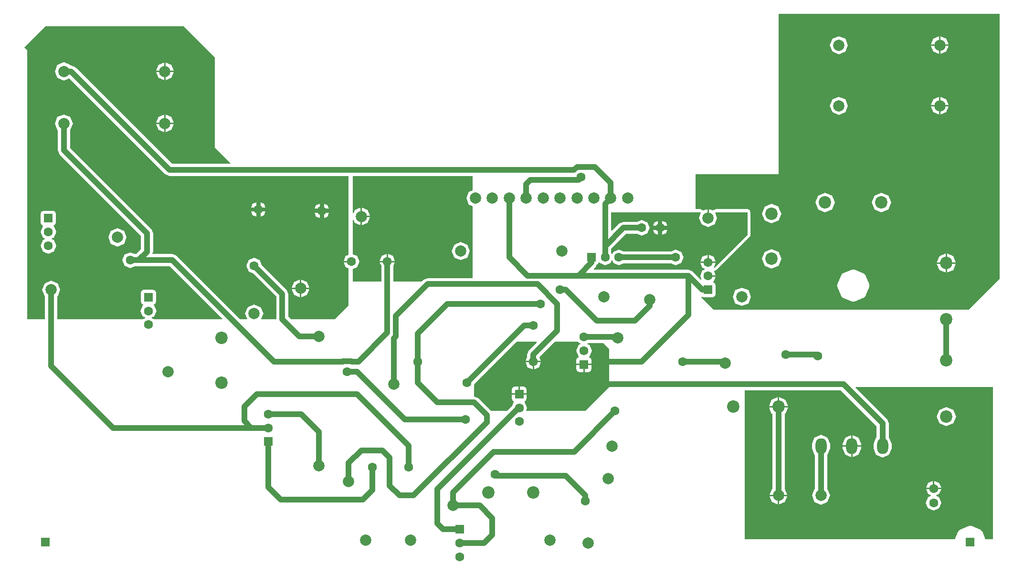
<source format=gbl>
G04 Layer_Physical_Order=2*
G04 Layer_Color=16711680*
%FSLAX44Y44*%
%MOMM*%
G71*
G01*
G75*
%ADD12C,1.0000*%
%ADD13C,2.0000*%
%ADD14R,1.6000X1.6000*%
%ADD15C,2.2000*%
%ADD16C,1.6000*%
%ADD17R,1.6000X1.6000*%
%ADD18O,2.0000X2.8000*%
G36*
X1755000Y80000D02*
X1742058D01*
X1736455Y93526D01*
Y93526D01*
X1735694Y94288D01*
X1735282Y95282D01*
X1734288Y95694D01*
X1733526Y96455D01*
X1733526D01*
X1717071Y103271D01*
X1717071Y103271D01*
X1715995D01*
X1715000Y103683D01*
X1714005Y103271D01*
X1712929D01*
X1712929Y103271D01*
X1696474Y96455D01*
X1696474D01*
X1695712Y95694D01*
X1694718Y95282D01*
X1694306Y94288D01*
X1693545Y93526D01*
Y93526D01*
X1687942Y80000D01*
X1315000D01*
Y344176D01*
X1485517D01*
X1548776Y280917D01*
Y260752D01*
X1548120Y260480D01*
X1543364Y249000D01*
Y241000D01*
X1548120Y229520D01*
X1559600Y224764D01*
X1571080Y229520D01*
X1575836Y241000D01*
Y249000D01*
X1571080Y260480D01*
X1570424Y260752D01*
Y285400D01*
X1567254Y293054D01*
X1511481Y348827D01*
X1511967Y350000D01*
X1755000D01*
Y80000D01*
D02*
G37*
G36*
X1320000Y620217D02*
X1319846Y620154D01*
X1261523Y561831D01*
X1260447Y562550D01*
X1263545Y570030D01*
X1250000D01*
X1236455D01*
X1240050Y561350D01*
X1243950Y559735D01*
Y558465D01*
X1240050Y556850D01*
X1235929Y546900D01*
X1238234Y541335D01*
X1237178Y540629D01*
X1222654Y555154D01*
X1215000Y558324D01*
X1047791D01*
X1047305Y559497D01*
X1050754Y562946D01*
X1052503Y567169D01*
X1054927Y568173D01*
X1055940Y570619D01*
X1057315D01*
X1057550Y570050D01*
X1067500Y565929D01*
X1077450Y570050D01*
X1079065Y573950D01*
X1080335D01*
X1081950Y570050D01*
X1091900Y565929D01*
X1099739Y569176D01*
X1184661D01*
X1192500Y565929D01*
X1202450Y570050D01*
X1206571Y580000D01*
X1202450Y589950D01*
X1192500Y594071D01*
X1184661Y590824D01*
X1099739D01*
X1091900Y594071D01*
X1081950Y589950D01*
X1080335Y586050D01*
X1079065D01*
X1078324Y587839D01*
Y595517D01*
X1104483Y621676D01*
X1124661D01*
X1132500Y618429D01*
X1142450Y622550D01*
X1146571Y632500D01*
X1142450Y642450D01*
X1132500Y646571D01*
X1124661Y643324D01*
X1100000D01*
X1092346Y640154D01*
X1079497Y627304D01*
X1078324Y627791D01*
Y660000D01*
X1236763D01*
X1237469Y658944D01*
X1233764Y650000D01*
X1238520Y638520D01*
X1250000Y633764D01*
X1261480Y638520D01*
X1266236Y650000D01*
X1262531Y658944D01*
X1263237Y660000D01*
X1320000D01*
Y620217D01*
D02*
G37*
G36*
X1767500Y727500D02*
Y542500D01*
X1712500Y487500D01*
X1260000D01*
X1238222Y509278D01*
X1238941Y510355D01*
X1242000Y509088D01*
X1258000D01*
X1261827Y510673D01*
X1263412Y514500D01*
Y530500D01*
X1261827Y534327D01*
X1259381Y535340D01*
Y536715D01*
X1259950Y536950D01*
X1263545Y545630D01*
X1250000D01*
Y548170D01*
X1263545D01*
X1260527Y555457D01*
X1261499Y556429D01*
X1261523Y556419D01*
X1262036Y556631D01*
X1262579Y556523D01*
X1263892Y557400D01*
X1265350Y558004D01*
X1323673Y616327D01*
X1323827Y616390D01*
X1324239Y617385D01*
X1325000Y618146D01*
Y619223D01*
X1325412Y620217D01*
Y660000D01*
X1323827Y663827D01*
X1320000Y665412D01*
X1263237D01*
X1262725Y665200D01*
X1262181Y665308D01*
X1260868Y664431D01*
X1259410Y663827D01*
X1259309Y663584D01*
X1258024Y662912D01*
X1251270Y665710D01*
Y650000D01*
X1248730D01*
Y665710D01*
X1241976Y662912D01*
X1240691Y663584D01*
X1240590Y663827D01*
X1239132Y664431D01*
X1237819Y665308D01*
X1237275Y665200D01*
X1236763Y665412D01*
X1227500D01*
Y727500D01*
X1375000D01*
Y1012500D01*
X1767500D01*
Y727500D01*
D02*
G37*
G36*
X832500Y699165D02*
X826020Y696480D01*
X821264Y685000D01*
X826020Y673520D01*
X832500Y670835D01*
Y543324D01*
X752500D01*
X744846Y540154D01*
X742193Y537500D01*
X692124D01*
Y564661D01*
X694845Y571230D01*
X667755D01*
X670476Y564661D01*
Y537500D01*
X620000D01*
Y559464D01*
X627450Y562550D01*
X631571Y572500D01*
X627450Y582450D01*
X620000Y585536D01*
Y646261D01*
X621246Y646509D01*
X623520Y641020D01*
X633730Y636790D01*
Y652500D01*
Y668210D01*
X623520Y663980D01*
X621246Y658491D01*
X620000Y658739D01*
Y724176D01*
X832500D01*
Y699165D01*
D02*
G37*
G36*
X375000Y935000D02*
Y775000D01*
X403003Y746997D01*
X402517Y745824D01*
X299483D01*
X127654Y917654D01*
X120000Y920824D01*
X119252D01*
X118981Y921480D01*
X107500Y926236D01*
X96019Y921480D01*
X91264Y910000D01*
X96019Y898520D01*
X107500Y893764D01*
X116995Y897697D01*
X287346Y727346D01*
X295000Y724176D01*
X612500D01*
Y584500D01*
X607550Y582450D01*
X603955Y573770D01*
X617500D01*
Y571230D01*
X603955D01*
X607550Y562550D01*
X612500Y560500D01*
Y495000D01*
X587500Y470000D01*
X510307D01*
X505824Y474483D01*
Y515000D01*
X502654Y522654D01*
X458197Y567110D01*
X454950Y574950D01*
X445000Y579071D01*
X435050Y574950D01*
X430929Y565000D01*
X435050Y555050D01*
X442890Y551803D01*
X484176Y510517D01*
Y470000D01*
X458237D01*
X457531Y471056D01*
X461236Y480000D01*
X456480Y491480D01*
X445000Y496236D01*
X433520Y491480D01*
X428764Y480000D01*
X432469Y471056D01*
X431763Y470000D01*
X420307D01*
X307654Y582654D01*
X300000Y585824D01*
X265237D01*
X264531Y586880D01*
X265824Y590000D01*
Y622500D01*
X262654Y630154D01*
X118324Y774483D01*
Y805748D01*
X118980Y806020D01*
X123736Y817500D01*
X118980Y828980D01*
X107500Y833736D01*
X96019Y828980D01*
X91264Y817500D01*
X96019Y806020D01*
X96676Y805748D01*
Y770000D01*
X99846Y762346D01*
X244176Y618017D01*
Y594483D01*
X235517Y585824D01*
X232839D01*
X225000Y589071D01*
X215050Y584950D01*
X210929Y575000D01*
X215050Y565050D01*
X225000Y560929D01*
X232839Y564176D01*
X295517D01*
X388519Y471173D01*
X388033Y470000D01*
X267677D01*
X267450Y470550D01*
X263550Y472165D01*
Y473435D01*
X267450Y475050D01*
X271571Y485000D01*
X267450Y494950D01*
X266881Y495185D01*
Y496560D01*
X269327Y497573D01*
X270912Y501400D01*
Y517400D01*
X269327Y521227D01*
X265500Y522812D01*
X249500D01*
X245673Y521227D01*
X244088Y517400D01*
Y501400D01*
X245673Y497573D01*
X248119Y496560D01*
Y495185D01*
X247550Y494950D01*
X243429Y485000D01*
X247550Y475050D01*
X251450Y473435D01*
Y472165D01*
X247550Y470550D01*
X247323Y470000D01*
X95824D01*
Y510747D01*
X96481Y511020D01*
X101236Y522500D01*
X96481Y533980D01*
X85000Y538736D01*
X73520Y533980D01*
X68764Y522500D01*
X73520Y511020D01*
X74176Y510747D01*
Y470000D01*
X42500D01*
Y947500D01*
X37500Y952500D01*
X75000Y990000D01*
X320000D01*
X375000Y935000D01*
D02*
G37*
G36*
X1020050Y428850D02*
X1023950Y427235D01*
Y425965D01*
X1020050Y424350D01*
X1015929Y414400D01*
X1020050Y404450D01*
X1020619Y404215D01*
Y402840D01*
X1018173Y401827D01*
X1016588Y398000D01*
Y391270D01*
X1030000D01*
X1043412D01*
Y398000D01*
X1041827Y401827D01*
X1039381Y402840D01*
Y404215D01*
X1039950Y404450D01*
X1044071Y414400D01*
X1039950Y424350D01*
X1036050Y425965D01*
Y427235D01*
X1037839Y427976D01*
X1064524D01*
X1075000Y417500D01*
Y350000D01*
X1032500Y307500D01*
X927894D01*
X927189Y308556D01*
X929071Y313100D01*
X924950Y323050D01*
X924381Y323285D01*
Y324660D01*
X926827Y325673D01*
X928412Y329500D01*
Y336230D01*
X915000D01*
X901588D01*
Y329500D01*
X903173Y325673D01*
X905619Y324660D01*
Y323285D01*
X905050Y323050D01*
X902550Y317013D01*
X893037Y307500D01*
X865217D01*
X865154Y307654D01*
X842654Y330154D01*
X835000Y333324D01*
Y353707D01*
X835697Y355390D01*
X910307Y430000D01*
X945533D01*
X946019Y428827D01*
X932346Y415154D01*
X929176Y407500D01*
Y402839D01*
X926455Y396270D01*
X940000D01*
X953545D01*
X950824Y402839D01*
Y403017D01*
X977807Y430000D01*
X1019574D01*
X1020050Y428850D01*
D02*
G37*
%LPC*%
G36*
X1651270Y183545D02*
Y171270D01*
X1663545D01*
X1659950Y179950D01*
X1651270Y183545D01*
D02*
G37*
G36*
X1648730Y183545D02*
X1640050Y179950D01*
X1636455Y171270D01*
X1648730D01*
Y183545D01*
D02*
G37*
G36*
X1521236Y243730D02*
X1506270D01*
Y225290D01*
X1516481Y229520D01*
X1521236Y241000D01*
Y243730D01*
D02*
G37*
G36*
X1503730D02*
X1488764D01*
Y241000D01*
X1493519Y229520D01*
X1503730Y225290D01*
Y243730D01*
D02*
G37*
G36*
X1391792Y313730D02*
X1375000D01*
X1358208D01*
X1362754Y302754D01*
X1364176Y302165D01*
Y169252D01*
X1363519Y168981D01*
X1359290Y158770D01*
X1390710D01*
X1386481Y168981D01*
X1385824Y169252D01*
Y302165D01*
X1387246Y302754D01*
X1391792Y313730D01*
D02*
G37*
G36*
X1450400Y265236D02*
X1438920Y260480D01*
X1434164Y249000D01*
Y241000D01*
X1438920Y229520D01*
X1439576Y229247D01*
Y169252D01*
X1438920Y168981D01*
X1434164Y157500D01*
X1438920Y146019D01*
X1450400Y141264D01*
X1461881Y146019D01*
X1466636Y157500D01*
X1461881Y168981D01*
X1461224Y169252D01*
Y229247D01*
X1461880Y229520D01*
X1466636Y241000D01*
Y249000D01*
X1461880Y260480D01*
X1450400Y265236D01*
D02*
G37*
G36*
X1663545Y168730D02*
X1650000D01*
X1636455D01*
X1640050Y160050D01*
X1645157Y157935D01*
Y156665D01*
X1640050Y154550D01*
X1635929Y144600D01*
X1640050Y134650D01*
X1650000Y130529D01*
X1659950Y134650D01*
X1664071Y144600D01*
X1659950Y154550D01*
X1654843Y156665D01*
Y157935D01*
X1659950Y160050D01*
X1663545Y168730D01*
D02*
G37*
G36*
X1390710Y156230D02*
X1376270D01*
Y141790D01*
X1386481Y146019D01*
X1390710Y156230D01*
D02*
G37*
G36*
X1373730D02*
X1359290D01*
X1363519Y146019D01*
X1373730Y141790D01*
Y156230D01*
D02*
G37*
G36*
X1503730Y264710D02*
X1493519Y260480D01*
X1488764Y249000D01*
Y246270D01*
X1503730D01*
Y264710D01*
D02*
G37*
G36*
X1672500Y314818D02*
X1660254Y309746D01*
X1655182Y297500D01*
X1660254Y285254D01*
X1672500Y280182D01*
X1684746Y285254D01*
X1689818Y297500D01*
X1684746Y309746D01*
X1672500Y314818D01*
D02*
G37*
G36*
X1506270Y264710D02*
Y246270D01*
X1521236D01*
Y249000D01*
X1516481Y260480D01*
X1506270Y264710D01*
D02*
G37*
G36*
X1376270Y331792D02*
Y316270D01*
X1391792D01*
X1387246Y327246D01*
X1376270Y331792D01*
D02*
G37*
G36*
X1373730Y331792D02*
X1362754Y327246D01*
X1358208Y316270D01*
X1373730D01*
Y331792D01*
D02*
G37*
G36*
X1251270Y584845D02*
Y572570D01*
X1263545D01*
X1259950Y581250D01*
X1251270Y584845D01*
D02*
G37*
G36*
X1248730Y584845D02*
X1240050Y581250D01*
X1236455Y572570D01*
X1248730D01*
Y584845D01*
D02*
G37*
G36*
X1168750Y645018D02*
Y636250D01*
X1177518D01*
X1174950Y642450D01*
X1168750Y645018D01*
D02*
G37*
G36*
X1161250D02*
X1155050Y642450D01*
X1152482Y636250D01*
X1161250D01*
Y645018D01*
D02*
G37*
G36*
X1177518Y628750D02*
X1168750D01*
Y619982D01*
X1174950Y622550D01*
X1177518Y628750D01*
D02*
G37*
G36*
X1161250D02*
X1152482D01*
X1155050Y622550D01*
X1161250Y619982D01*
Y628750D01*
D02*
G37*
G36*
X1310000Y526236D02*
X1298519Y521480D01*
X1293764Y510000D01*
X1298519Y498520D01*
X1310000Y493764D01*
X1321481Y498520D01*
X1326236Y510000D01*
X1321481Y521480D01*
X1310000Y526236D01*
D02*
G37*
G36*
X1689292Y568730D02*
X1673770D01*
Y553208D01*
X1684746Y557754D01*
X1689292Y568730D01*
D02*
G37*
G36*
X1671230D02*
X1655708D01*
X1660254Y557754D01*
X1671230Y553208D01*
Y568730D01*
D02*
G37*
G36*
X1362500Y594818D02*
X1350254Y589746D01*
X1345182Y577500D01*
X1350254Y565254D01*
X1362500Y560182D01*
X1374746Y565254D01*
X1379818Y577500D01*
X1374746Y589746D01*
X1362500Y594818D01*
D02*
G37*
G36*
X1507500Y558683D02*
X1506505Y558271D01*
X1505429D01*
X1505429Y558271D01*
X1488974Y551455D01*
X1488974D01*
X1488212Y550694D01*
X1487218Y550282D01*
X1486806Y549288D01*
X1486045Y548526D01*
Y548526D01*
X1479229Y532071D01*
X1479229Y532071D01*
Y530994D01*
X1478817Y530000D01*
X1479229Y529006D01*
Y527929D01*
X1479229Y527929D01*
X1486045Y511474D01*
Y511474D01*
X1486806Y510712D01*
X1487218Y509718D01*
X1488212Y509306D01*
X1488974Y508545D01*
X1488974D01*
X1505429Y501729D01*
X1505429Y501729D01*
X1506505D01*
X1507500Y501317D01*
X1508495Y501729D01*
X1509571D01*
X1509571Y501729D01*
X1526026Y508545D01*
X1526026D01*
X1526788Y509306D01*
X1527782Y509718D01*
X1528194Y510712D01*
X1528955Y511474D01*
Y511474D01*
X1535771Y527929D01*
X1535771Y527929D01*
Y529006D01*
X1536183Y530000D01*
X1535771Y530994D01*
Y532071D01*
X1535771Y532071D01*
X1528955Y548526D01*
Y548526D01*
X1528194Y549288D01*
X1527782Y550282D01*
X1526788Y550694D01*
X1526026Y551455D01*
X1526026D01*
X1509571Y558271D01*
X1509571Y558271D01*
X1508495D01*
X1507500Y558683D01*
D02*
G37*
G36*
X1673770Y586792D02*
Y571270D01*
X1689292D01*
X1684746Y582246D01*
X1673770Y586792D01*
D02*
G37*
G36*
X1671230Y586792D02*
X1660254Y582246D01*
X1655708Y571270D01*
X1671230D01*
Y586792D01*
D02*
G37*
G36*
X1659790Y847500D02*
X1645350D01*
X1649579Y837290D01*
X1659790Y833060D01*
Y847500D01*
D02*
G37*
G36*
X1481990Y865006D02*
X1470509Y860250D01*
X1465754Y848770D01*
X1470509Y837290D01*
X1481990Y832534D01*
X1493470Y837290D01*
X1498226Y848770D01*
X1493470Y860250D01*
X1481990Y865006D01*
D02*
G37*
G36*
X1659790Y864480D02*
X1649579Y860250D01*
X1645350Y850040D01*
X1659790D01*
Y864480D01*
D02*
G37*
G36*
X1676770Y847500D02*
X1662330D01*
Y833060D01*
X1672540Y837290D01*
X1676770Y847500D01*
D02*
G37*
G36*
X1662330Y864480D02*
Y850040D01*
X1676770D01*
X1672540Y860250D01*
X1662330Y864480D01*
D02*
G37*
G36*
X1676770Y955000D02*
X1662330D01*
Y940560D01*
X1672540Y944790D01*
X1676770Y955000D01*
D02*
G37*
G36*
X1659790D02*
X1645350D01*
X1649579Y944790D01*
X1659790Y940560D01*
Y955000D01*
D02*
G37*
G36*
X1662330Y971980D02*
Y957540D01*
X1676770D01*
X1672540Y967750D01*
X1662330Y971980D01*
D02*
G37*
G36*
X1659790Y971980D02*
X1649579Y967750D01*
X1645350Y957540D01*
X1659790D01*
Y971980D01*
D02*
G37*
G36*
X1481990Y972506D02*
X1470509Y967750D01*
X1465754Y956270D01*
X1470509Y944790D01*
X1481990Y940034D01*
X1493470Y944790D01*
X1498226Y956270D01*
X1493470Y967750D01*
X1481990Y972506D01*
D02*
G37*
G36*
X1362500Y674818D02*
X1350254Y669746D01*
X1345182Y657500D01*
X1350254Y645254D01*
X1362500Y640182D01*
X1374746Y645254D01*
X1379818Y657500D01*
X1376947Y664431D01*
X1375000Y669132D01*
X1374746Y669746D01*
X1362500Y674818D01*
D02*
G37*
G36*
X1557500Y694818D02*
X1545254Y689746D01*
X1540182Y677500D01*
X1545254Y665254D01*
X1557500Y660182D01*
X1569746Y665254D01*
X1574818Y677500D01*
X1569746Y689746D01*
X1557500Y694818D01*
D02*
G37*
G36*
X1457500D02*
X1445254Y689746D01*
X1440182Y677500D01*
X1445254Y665254D01*
X1457500Y660182D01*
X1469746Y665254D01*
X1474818Y677500D01*
X1469746Y689746D01*
X1457500Y694818D01*
D02*
G37*
G36*
X682570Y586045D02*
Y573770D01*
X694845D01*
X691250Y582450D01*
X682570Y586045D01*
D02*
G37*
G36*
X680030D02*
X671350Y582450D01*
X667755Y573770D01*
X680030D01*
Y586045D01*
D02*
G37*
G36*
X650710Y651230D02*
X636270D01*
Y636790D01*
X646480Y641020D01*
X650710Y651230D01*
D02*
G37*
G36*
X811440Y607466D02*
X799959Y602710D01*
X795204Y591230D01*
X799959Y579749D01*
X811440Y574994D01*
X822921Y579749D01*
X827676Y591230D01*
X822921Y602710D01*
X811440Y607466D01*
D02*
G37*
G36*
X636270Y668210D02*
Y653770D01*
X650710D01*
X646480Y663980D01*
X636270Y668210D01*
D02*
G37*
G36*
X543210Y523730D02*
X528770D01*
Y509290D01*
X538980Y513520D01*
X543210Y523730D01*
D02*
G37*
G36*
X526230Y540710D02*
X516020Y536480D01*
X511790Y526270D01*
X526230D01*
Y540710D01*
D02*
G37*
G36*
Y523730D02*
X511790D01*
X516020Y513520D01*
X526230Y509290D01*
Y523730D01*
D02*
G37*
G36*
X528770Y540710D02*
Y526270D01*
X543210D01*
X538980Y536480D01*
X528770Y540710D01*
D02*
G37*
G36*
X287840Y833210D02*
Y818770D01*
X302280D01*
X298050Y828980D01*
X287840Y833210D01*
D02*
G37*
G36*
X285300Y816230D02*
X270860D01*
X275089Y806020D01*
X285300Y801790D01*
Y816230D01*
D02*
G37*
G36*
X456250Y677518D02*
Y668750D01*
X465018D01*
X462450Y674950D01*
X456250Y677518D01*
D02*
G37*
G36*
X285300Y833210D02*
X275089Y828980D01*
X270860Y818770D01*
X285300D01*
Y833210D01*
D02*
G37*
G36*
X302280Y816230D02*
X287840D01*
Y801790D01*
X298050Y806020D01*
X302280Y816230D01*
D02*
G37*
G36*
X302280Y908730D02*
X287840D01*
Y894290D01*
X298050Y898520D01*
X302280Y908730D01*
D02*
G37*
G36*
X285300D02*
X270860D01*
X275089Y898520D01*
X285300Y894290D01*
Y908730D01*
D02*
G37*
G36*
X287840Y925710D02*
Y911270D01*
X302280D01*
X298050Y921480D01*
X287840Y925710D01*
D02*
G37*
G36*
X285300D02*
X275089Y921480D01*
X270860Y911270D01*
X285300D01*
Y925710D01*
D02*
G37*
G36*
X88000Y662812D02*
X72000D01*
X68173Y661227D01*
X66588Y657400D01*
Y641400D01*
X68173Y637573D01*
X70619Y636560D01*
Y635185D01*
X70050Y634950D01*
X65929Y625000D01*
X70050Y615050D01*
X73950Y613435D01*
Y612165D01*
X70050Y610550D01*
X65929Y600600D01*
X70050Y590650D01*
X80000Y586529D01*
X89950Y590650D01*
X94071Y600600D01*
X89950Y610550D01*
X86050Y612165D01*
Y613435D01*
X89950Y615050D01*
X94071Y625000D01*
X89950Y634950D01*
X89381Y635185D01*
Y636560D01*
X91827Y637573D01*
X93412Y641400D01*
Y657400D01*
X91827Y661227D01*
X88000Y662812D01*
D02*
G37*
G36*
X202500Y631736D02*
X191019Y626980D01*
X186264Y615500D01*
X191019Y604019D01*
X202500Y599264D01*
X213981Y604019D01*
X218736Y615500D01*
X213981Y626980D01*
X202500Y631736D01*
D02*
G37*
G36*
X561250Y658750D02*
X552482D01*
X555050Y652550D01*
X561250Y649982D01*
Y658750D01*
D02*
G37*
G36*
Y675306D02*
X554846Y672654D01*
X552194Y666250D01*
X561250D01*
Y675306D01*
D02*
G37*
G36*
X448750Y677518D02*
X442550Y674950D01*
X439982Y668750D01*
X448750D01*
Y677518D01*
D02*
G37*
G36*
X568750Y675018D02*
Y666250D01*
X577518D01*
X574950Y672450D01*
X568750Y675018D01*
D02*
G37*
G36*
X448750Y661250D02*
X439982D01*
X442550Y655050D01*
X448750Y652482D01*
Y661250D01*
D02*
G37*
G36*
X577518Y658750D02*
X568750D01*
Y649982D01*
X574950Y652550D01*
X577518Y658750D01*
D02*
G37*
G36*
X465018Y661250D02*
X456250D01*
Y652482D01*
X462450Y655050D01*
X465018Y661250D01*
D02*
G37*
G36*
X953545Y393730D02*
X941270D01*
Y381455D01*
X949950Y385050D01*
X953545Y393730D01*
D02*
G37*
G36*
X1028730Y388730D02*
X1016588D01*
Y382000D01*
X1018173Y378173D01*
X1022000Y376588D01*
X1028730D01*
Y388730D01*
D02*
G37*
G36*
X923000Y350912D02*
X916270D01*
Y338770D01*
X928412D01*
Y345500D01*
X926827Y349327D01*
X923000Y350912D01*
D02*
G37*
G36*
X938730Y393730D02*
X926455D01*
X930050Y385050D01*
X938730Y381455D01*
Y393730D01*
D02*
G37*
G36*
X1043412Y388730D02*
X1031270D01*
Y376588D01*
X1038000D01*
X1041827Y378173D01*
X1043412Y382000D01*
Y388730D01*
D02*
G37*
G36*
X913730Y350912D02*
X907000D01*
X903173Y349327D01*
X901588Y345500D01*
Y338770D01*
X913730D01*
Y350912D01*
D02*
G37*
%LPD*%
D12*
X1672500Y397500D02*
Y470000D01*
X1088700Y438800D02*
X1090000Y437500D01*
X1030000Y438800D02*
X1088700D01*
X562500Y665000D02*
X565000Y662500D01*
X927500Y685000D02*
Y710000D01*
X935000Y717500D01*
X1020000D01*
X1025000Y722500D01*
X1049500Y740500D02*
X1077500Y712500D01*
X1017544Y740500D02*
X1049500D01*
X1012044Y735000D02*
X1017544Y740500D01*
X295000Y735000D02*
X1012044D01*
X1672500Y570000D02*
Y572500D01*
X1442500Y407500D02*
X1445000Y405000D01*
X1387500Y407500D02*
X1442500D01*
X1065000Y355000D02*
X1490000D01*
X1559600Y285400D01*
Y245000D02*
Y285400D01*
X1067500Y600000D02*
Y675000D01*
Y580000D02*
Y600000D01*
Y675000D02*
X1077500Y685000D01*
X1067500Y600000D02*
X1100000Y632500D01*
X1132500D01*
X1091900Y580000D02*
X1192500D01*
X1277500Y395000D02*
X1280000Y392500D01*
X1205000Y395000D02*
X1277500D01*
X1375000Y157500D02*
Y315000D01*
X1450400Y245000D02*
X1450400Y245000D01*
Y157500D02*
Y245000D01*
X1215000Y477500D02*
Y547500D01*
X1132500Y395000D02*
X1215000Y477500D01*
X1060000Y395000D02*
X1132500D01*
X1020000Y547500D02*
X1215000D01*
X1240000Y522500D01*
X1250000D01*
X1120000Y467500D02*
X1146304Y493804D01*
X1052500Y467500D02*
X1120000D01*
X997500Y522500D02*
X1052500Y467500D01*
X1146304Y493804D02*
Y505000D01*
X987500Y522500D02*
X997500D01*
X940000Y395000D02*
Y407500D01*
X780000Y97500D02*
X810000D01*
X770000Y107500D02*
X780000Y97500D01*
X770000Y107500D02*
Y169156D01*
X870000Y235000D02*
X1012500D01*
X797500Y162500D02*
X870000Y235000D01*
X797500Y140000D02*
Y162500D01*
X770000Y169156D02*
X913944Y313100D01*
X915000D01*
X1032500Y147500D02*
Y157500D01*
X997500Y192500D02*
X1032500Y157500D01*
X875000Y192500D02*
X997500D01*
X872500Y195000D02*
X875000Y192500D01*
X692500Y355000D02*
Y436287D01*
X696300Y440087D01*
Y476300D01*
X752500Y532500D01*
X947500D01*
X982500Y497500D01*
Y450000D02*
Y497500D01*
X940000Y407500D02*
X982500Y450000D01*
X735000Y395000D02*
Y445000D01*
X787500Y497500D01*
X952500D01*
X735000Y357500D02*
Y395000D01*
Y357500D02*
X770000Y322500D01*
X835000D01*
X857500Y300000D01*
Y287500D02*
Y300000D01*
X727500Y157500D02*
X857500Y287500D01*
X702500Y157500D02*
X727500D01*
X685000Y175000D02*
X702500Y157500D01*
X685000Y175000D02*
Y225000D01*
X672500Y237500D02*
X685000Y225000D01*
X635000Y237500D02*
X672500D01*
X612500Y215000D02*
X635000Y237500D01*
X612500Y182500D02*
Y215000D01*
X923800Y458800D02*
X940000D01*
X822500Y357500D02*
X923800Y458800D01*
X712500Y292500D02*
X820000D01*
X627500Y377500D02*
X712500Y292500D01*
X610000Y377500D02*
X627500D01*
X617956Y395000D02*
X630000D01*
X617456Y395500D02*
X617956Y395000D01*
X602544Y395500D02*
X617456D01*
X602044Y395000D02*
X602544Y395500D01*
X480000Y395000D02*
X602044D01*
X810000Y73100D02*
X853100D01*
X867500Y87500D01*
Y117500D01*
X845000Y140000D02*
X867500Y117500D01*
X797500Y140000D02*
X845000D01*
X655000Y167500D02*
Y207500D01*
X637500Y150000D02*
X655000Y167500D01*
X492500Y150000D02*
X637500D01*
X470000Y172500D02*
X492500Y150000D01*
X470000Y172500D02*
Y253100D01*
X1012500Y235000D02*
X1085000Y307500D01*
X240000Y575000D02*
X300000D01*
X225000D02*
X240000D01*
X681300Y446300D02*
Y572500D01*
X630000Y395000D02*
X681300Y446300D01*
X300000Y575000D02*
X480000Y395000D01*
X195000Y277500D02*
X440000D01*
X718800Y207500D02*
Y246200D01*
X627500Y337500D02*
X718800Y246200D01*
X450000Y337500D02*
X627500D01*
X427500Y315000D02*
X450000Y337500D01*
X427500Y290000D02*
Y315000D01*
Y290000D02*
X440000Y277500D01*
X470000D01*
X560000Y210070D02*
Y270000D01*
X528100Y301900D02*
X560000Y270000D01*
X470000Y301900D02*
X528100D01*
X525000Y440000D02*
X560000D01*
X495000Y470000D02*
X525000Y440000D01*
X495000Y470000D02*
Y515000D01*
X445000Y565000D02*
X495000Y515000D01*
X85000Y387500D02*
X195000Y277500D01*
X85000Y387500D02*
Y522500D01*
X240000Y575000D02*
X255000Y590000D01*
Y622500D01*
X107500Y770000D02*
X255000Y622500D01*
X107500Y770000D02*
Y817500D01*
X107500Y910000D02*
X120000D01*
X295000Y735000D01*
X1077500Y685000D02*
Y712500D01*
X1043100Y570600D02*
Y580000D01*
X1020000Y547500D02*
X1043100Y570600D01*
X930000Y547500D02*
X1020000D01*
X897500Y580000D02*
X930000Y547500D01*
X897500Y580000D02*
Y685000D01*
D13*
X811440Y591230D02*
D03*
X990510D02*
D03*
X1146304Y505000D02*
D03*
X1065000Y510000D02*
D03*
X1280000Y392500D02*
D03*
X286570Y817500D02*
D03*
X107500Y817500D02*
D03*
X1072500Y187500D02*
D03*
X1037500Y73100D02*
D03*
X692500Y355000D02*
D03*
X560000Y440000D02*
D03*
X970000Y78100D02*
D03*
X445000Y480000D02*
D03*
X560000Y210070D02*
D03*
X1090000Y437500D02*
D03*
X1450400Y157500D02*
D03*
X722500Y78100D02*
D03*
X1310000Y510000D02*
D03*
X202500Y615500D02*
D03*
X1375000Y157500D02*
D03*
X642500Y78100D02*
D03*
X1080000Y245000D02*
D03*
X797500Y140000D02*
D03*
X1250000Y650000D02*
D03*
X292500Y377500D02*
D03*
X85000Y522500D02*
D03*
X107500Y910000D02*
D03*
X286570D02*
D03*
X1661060Y956270D02*
D03*
X1481990D02*
D03*
X837500Y685000D02*
D03*
X867500D02*
D03*
X927500D02*
D03*
X897500D02*
D03*
X1017500D02*
D03*
X1047500D02*
D03*
X987500D02*
D03*
X957500D02*
D03*
X1077500D02*
D03*
X1108010D02*
D03*
X1661060Y848770D02*
D03*
X1481990D02*
D03*
X635000Y652500D02*
D03*
X527500Y525000D02*
D03*
X612500Y182500D02*
D03*
D14*
X1715000Y75000D02*
D03*
X75000D02*
D03*
X1043100Y580000D02*
D03*
D15*
X1375000Y315000D02*
D03*
X1295000D02*
D03*
X940000Y162500D02*
D03*
X860000D02*
D03*
X1672500Y297500D02*
D03*
Y397500D02*
D03*
X387500Y437500D02*
D03*
Y357500D02*
D03*
X1672500Y470000D02*
D03*
Y570000D02*
D03*
X1362500Y577500D02*
D03*
Y657500D02*
D03*
X1557500Y677500D02*
D03*
X1457500D02*
D03*
D16*
X810000Y48700D02*
D03*
Y73100D02*
D03*
X1250000Y571300D02*
D03*
Y546900D02*
D03*
X1067500Y580000D02*
D03*
X1091900D02*
D03*
X1030000Y438800D02*
D03*
Y414400D02*
D03*
X915000Y313100D02*
D03*
Y288700D02*
D03*
X470000Y277500D02*
D03*
Y301900D02*
D03*
X257500Y460600D02*
D03*
Y485000D02*
D03*
X80000Y625000D02*
D03*
Y600600D02*
D03*
X940000Y395000D02*
D03*
Y458800D02*
D03*
X1650000Y144600D02*
D03*
Y170000D02*
D03*
X655000Y207500D02*
D03*
X718800D02*
D03*
X681300Y572500D02*
D03*
X617500D02*
D03*
X565000Y662500D02*
D03*
X452500Y665000D02*
D03*
X1025000Y722500D02*
D03*
X1165000Y632500D02*
D03*
X1445000Y405000D02*
D03*
X1387500Y407500D02*
D03*
X1132500Y632500D02*
D03*
X1192500Y580000D02*
D03*
X1205000Y395000D02*
D03*
X987500Y522500D02*
D03*
X1032500Y147500D02*
D03*
X872500Y195000D02*
D03*
X952500Y497500D02*
D03*
X735000Y395000D02*
D03*
X822500Y357500D02*
D03*
X820000Y292500D02*
D03*
X610000Y377500D02*
D03*
X1085000Y307500D02*
D03*
X445000Y565000D02*
D03*
X225000Y575000D02*
D03*
D17*
X810000Y97500D02*
D03*
X1250000Y522500D02*
D03*
X1030000Y390000D02*
D03*
X915000Y337500D02*
D03*
X470000Y253100D02*
D03*
X257500Y509400D02*
D03*
X80000Y649400D02*
D03*
D18*
X1559600Y245000D02*
D03*
X1505000D02*
D03*
X1450400D02*
D03*
M02*

</source>
